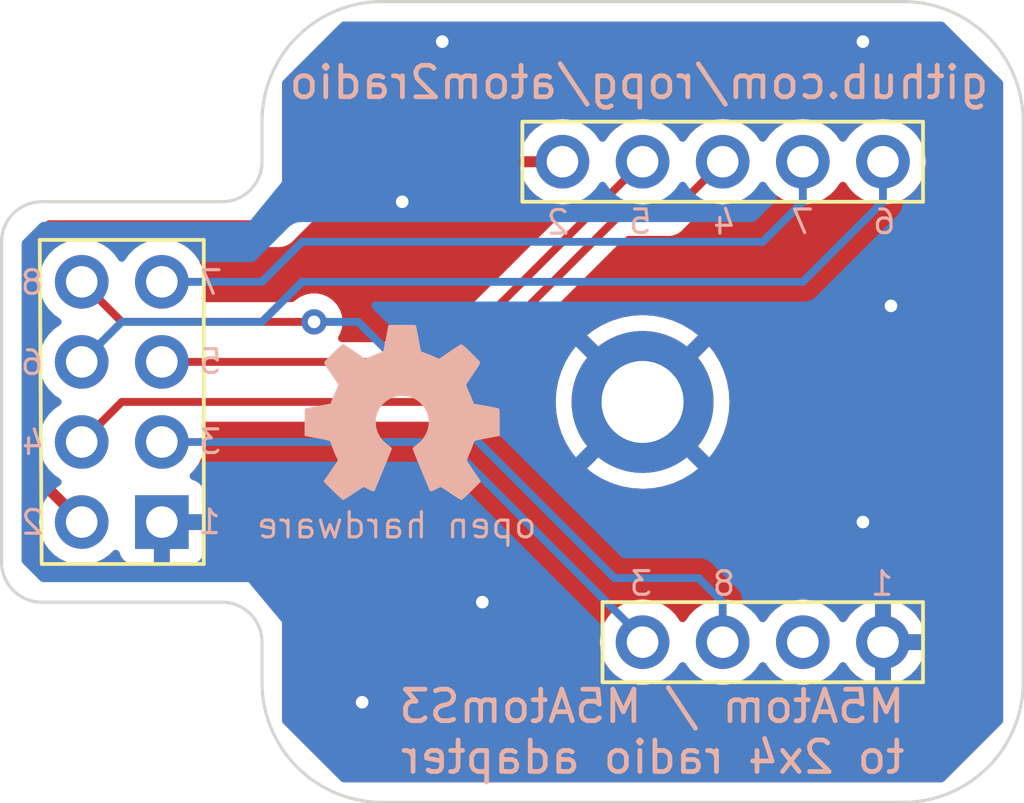
<source format=kicad_pcb>
(kicad_pcb (version 20221018) (generator pcbnew)
  (layers (0 "F.Cu" signal) (31 "B.Cu" signal) (36 "B.SilkS" user "B.Silkscreen") (37 "F.SilkS" user "F.Silkscreen") (38 "B.Mask" user) (39 "F.Mask" user) (44 "Edge.Cuts" user))
  (net 0 "")
  (net 1 "GND")
  (footprint "Connector_PinHeader_2.54mm:PinHeader_1x05_P2.54mm_Vertical" (layer "F.Cu") (at 144.78 91.44 90)
    (fp_text reference "REF**" hide)
    (fp_text value "PinHeader_1x05_P2.54mm_Vertical")
    (fp_line (start -1.27 -1.27) (end 1.27 -1.27) (stroke (width 0.12)) (layer "F.SilkS"))
    (fp_line (start -1.27 11.43) (end -1.27 -1.27) (stroke (width 0.12)) (layer "F.SilkS"))
    (fp_line (start 1.27 -1.27) (end 1.27 11.43) (stroke (width 0.12)) (layer "F.SilkS"))
    (fp_line (start 1.27 11.43) (end -1.27 11.43) (stroke (width 0.12)) (layer "F.SilkS"))
    (pad "" thru_hole oval (at 0 0 90) (size 1.7 1.7) (drill 1) (layers "*.Cu" "*.Mask"))
    (pad "" thru_hole oval (at 0 2.54 90) (size 1.7 1.7) (drill 1) (layers "*.Cu" "*.Mask"))
    (pad "" thru_hole oval (at 0 5.08 90) (size 1.7 1.7) (drill 1) (layers "*.Cu" "*.Mask"))
    (pad "" thru_hole oval (at 0 7.62 90) (size 1.7 1.7) (drill 1) (layers "*.Cu" "*.Mask"))
    (pad "" thru_hole oval (at 0 10.16 90) (size 1.7 1.7) (drill 1) (layers "*.Cu" "*.Mask"))
  )
  (footprint "Connector_PinSocket_2.54mm:PinSocket_2x04_P2.54mm_Vertical" (layer "F.Cu") (at 129.54 102.87 180)
    (fp_text reference "REF**" hide)
    (fp_text value "PinSocket_2x04_P2.54mm_Vertical")
    (fp_line (start -3.87 -1.33) (end -3.87 8.95) (stroke (width 0.12)) (layer "F.SilkS"))
    (fp_line (start -3.87 -1.33) (end 1.27 -1.33) (stroke (width 0.12)) (layer "F.SilkS"))
    (fp_line (start -3.87 8.95) (end 1.33 8.95) (stroke (width 0.12)) (layer "F.SilkS"))
    (fp_line (start 1.27 -1.27) (end 1.33 8.95) (stroke (width 0.12)) (layer "F.SilkS"))
    (pad "1" thru_hole rect (at -2.54 0 180) (size 1.7 1.7) (drill 1) (layers "*.Cu" "*.Mask") (net 1 "GND"))
    (pad "2" thru_hole oval (at 0 0 180) (size 1.7 1.7) (drill 1) (layers "*.Cu" "*.Mask"))
    (pad "3" thru_hole oval (at -2.54 2.54 180) (size 1.7 1.7) (drill 1) (layers "*.Cu" "*.Mask"))
    (pad "4" thru_hole oval (at 0 2.54 180) (size 1.7 1.7) (drill 1) (layers "*.Cu" "*.Mask"))
    (pad "5" thru_hole oval (at -2.54 5.08 180) (size 1.7 1.7) (drill 1) (layers "*.Cu" "*.Mask"))
    (pad "6" thru_hole oval (at 0 5.08 180) (size 1.7 1.7) (drill 1) (layers "*.Cu" "*.Mask"))
    (pad "7" thru_hole oval (at -2.54 7.62 180) (size 1.7 1.7) (drill 1) (layers "*.Cu" "*.Mask"))
    (pad "8" thru_hole oval (at 0 7.62 180) (size 1.7 1.7) (drill 1) (layers "*.Cu" "*.Mask"))
  )
  (footprint "Connector_PinHeader_2.54mm:PinHeader_1x04_P2.54mm_Vertical" (layer "F.Cu") (at 147.32 106.68 90)
    (fp_text reference "REF**" hide)
    (fp_text value "PinHeader_1x04_P2.54mm_Vertical" hide)
    (fp_line (start -1.27 -1.27) (end 1.27 -1.27) (stroke (width 0.12)) (layer "F.SilkS"))
    (fp_line (start -1.27 8.89) (end -1.27 -1.27) (stroke (width 0.12)) (layer "F.SilkS"))
    (fp_line (start 1.27 -1.27) (end 1.27 8.89) (stroke (width 0.12)) (layer "F.SilkS"))
    (fp_line (start 1.27 8.89) (end -1.27 8.89) (stroke (width 0.12)) (layer "F.SilkS"))
    (pad "" thru_hole oval (at 0 0 90) (size 1.7 1.7) (drill 1) (layers "*.Cu" "*.Mask"))
    (pad "" thru_hole oval (at 0 2.54 90) (size 1.7 1.7) (drill 1) (layers "*.Cu" "*.Mask"))
    (pad "" thru_hole oval (at 0 5.08 90) (size 1.7 1.7) (drill 1) (layers "*.Cu" "*.Mask"))
    (pad "" thru_hole oval (at 0 7.62 90) (size 1.7 1.7) (drill 1) (layers "*.Cu" "*.Mask") (net 1 "GND"))
  )
  (footprint "Symbol:OSHW-Logo2_9.8x8mm_SilkScreen" (layer "B.Cu") (at 139.7 100.33 180)
    (fp_text reference "REF**" hide)
    (fp_text value "OSHW-Logo2_9.8x8mm_SilkScreen" hide)
    (fp_poly (pts (xy 0.139878 3.712224) (xy 0.245612 3.711645) (xy 0.322132 3.710078) (xy 0.374372 3.707028) (xy 0.407263 3.702004) (xy 0.425737 3.694511) (xy 0.434727 3.684056) (xy 0.439163 3.670147) (xy 0.439594 3.668346) (xy 0.446333 3.635855) (xy 0.458808 3.571748) (xy 0.475719 3.482849) (xy 0.495771 3.375981) (xy 0.517664 3.257967) (xy 0.518429 3.253822) (xy 0.540359 3.138169) (xy 0.560877 3.035986) (xy 0.578659 2.953402) (xy 0.592381 2.896544) (xy 0.600718 2.871542) (xy 0.601116 2.871099) (xy 0.625677 2.85889) (xy 0.676315 2.838544) (xy 0.742095 2.814455) (xy 0.742461 2.814326) (xy 0.825317 2.783182) (xy 0.923 2.743509) (xy 1.015077 2.703619) (xy 1.019434 2.701647) (xy 1.169407 2.63358) (xy 1.501498 2.860361) (xy 1.603374 2.929496) (xy 1.695657 2.991303) (xy 1.773003 3.042267) (xy 1.830064 3.078873) (xy 1.861495 3.097606) (xy 1.864479 3.098996) (xy 1.887321 3.09281) (xy 1.929982 3.062965) (xy 1.994128 3.008053) (xy 2.081421 2.926666) (xy 2.170535 2.840078) (xy 2.256441 2.754753) (xy 2.333327 2.676892) (xy 2.396564 2.611303) (xy 2.441523 2.562795) (xy 2.463576 2.536175) (xy 2.464396 2.534805) (xy 2.466834 2.516537) (xy 2.45765 2.486705) (xy 2.434574 2.441279) (xy 2.395337 2.37623) (xy 2.33767 2.28753) (xy 2.260795 2.173343) (xy 2.19257 2.072838) (xy 2.131582 1.982697) (xy 2.081356 1.908151) (xy 2.045416 1.854435) (xy 2.027287 1.826782) (xy 2.026146 1.824905) (xy 2.028359 1.79841) (xy 2.045138 1.746914) (xy 2.073142 1.680149) (xy 2.083122 1.658828) (xy 2.126672 1.563841) (xy 2.173134 1.456063) (xy 2.210877 1.362808) (xy 2.238073 1.293594) (xy 2.259675 1.240994) (xy 2.272158 1.213503) (xy 2.273709 1.211384) (xy 2.296668 1.207876) (xy 2.350786 1.198262) (xy 2.428868 1.183911) (xy 2.523719 1.166193) (xy 2.628143 1.146475) (xy 2.734944 1.126126) (xy 2.836926 1.106514) (xy 2.926894 1.089009) (xy 2.997653 1.074978) (xy 3.042006 1.065791) (xy 3.052885 1.063193) (xy 3.064122 1.056782) (xy 3.072605 1.042303) (xy 3.078714 1.014867) (xy 3.082832 0.969589) (xy 3.085341 0.90158) (xy 3.086621 0.805953) (xy 3.087054 0.67782) (xy 3.087077 0.625299) (xy 3.087077 0.198155) (xy 2.9845 0.177909) (xy 2.927431 0.16693) (xy 2.842269 0.150905) (xy 2.739372 0.131767) (xy 2.629096 0.111449) (xy 2.598615 0.105868) (xy 2.496855 0.086083) (xy 2.408205 0.066627) (xy 2.340108 0.049303) (xy 2.300004 0.035912) (xy 2.293323 0.031921) (xy 2.276919 0.003658) (xy 2.253399 -0.051109) (xy 2.227316 -0.121588) (xy 2.222142 -0.136769) (xy 2.187956 -0.230896) (xy 2.145523 -0.337101) (xy 2.103997 -0.432473) (xy 2.103792 -0.432916) (xy 2.03464 -0.582525) (xy 2.489512 -1.251617) (xy 2.1975 -1.544116) (xy 2.10918 -1.63117) (xy 2.028625 -1.707909) (xy 1.96036 -1.770237) (xy 1.908908 -1.814056) (xy 1.878794 -1.83527) (xy 1.874474 -1.836616) (xy 1.849111 -1.826016) (xy 1.797358 -1.796547) (xy 1.724868 -1.751705) (xy 1.637294 -1.694984) (xy 1.542612 -1.631462) (xy 1.446516 -1.566668) (xy 1.360837 -1.510287) (xy 1.291016 -1.465788) (xy 1.242494 -1.436639) (xy 1.220782 -1.426308) (xy 1.194293 -1.43505) (xy 1.144062 -1.458087) (xy 1.080451 -1.490631) (xy 1.073708 -1.494249) (xy 0.988046 -1.53721) (xy 0.929306 -1.558279) (xy 0.892772 -1.558503) (xy 0.873731 -1.538928) (xy 0.87362 -1.538654) (xy 0.864102 -1.515472) (xy 0.841403 -1.460441) (xy 0.807282 -1.377822) (xy 0.7635 -1.271872) (xy 0.711816 -1.146852) (xy 0.653992 -1.00702) (xy 0.597991 -0.871637) (xy 0.536447 -0.722234) (xy 0.479939 -0.583832) (xy 0.430161 -0.460673) (xy 0.388806 -0.357002) (xy 0.357568 -0.277059) (xy 0.338141 -0.225088) (xy 0.332154 -0.205692) (xy 0.347168 -0.183443) (xy 0.386439 -0.147982) (xy 0.438807 -0.108887) (xy 0.587941 0.014755) (xy 0.704511 0.156478) (xy 0.787118 0.313296) (xy 0.834366 0.482225) (xy 0.844857 0.660278) (xy 0.837231 0.742461) (xy 0.795682 0.912969) (xy 0.724123 1.063541) (xy 0.626995 1.192691) (xy 0.508734 1.298936) (xy 0.37378 1.38079) (xy 0.226571 1.436768) (xy 0.071544 1.465385) (xy -0.086861 1.465156) (xy -0.244206 1.434595) (xy -0.396054 1.372218) (xy -0.537965 1.27654) (xy -0.597197 1.222428) (xy -0.710797 1.08348) (xy -0.789894 0.931639) (xy -0.835014 0.771333) (xy -0.846684 0.606988) (xy -0.825431 0.443029) (xy -0.77178 0.283882) (xy -0.68626 0.133975) (xy -0.569395 -0.002267) (xy -0.438807 -0.108887) (xy -0.384412 -0.149642) (xy -0.345986 -0.184718) (xy -0.332154 -0.205726) (xy -0.339397 -0.228635) (xy -0.359995 -0.283365) (xy -0.392254 -0.365672) (xy -0.434479 -0.471315) (xy -0.484977 -0.59605) (xy -0.542052 -0.735636) (xy -0.598146 -0.87167) (xy -0.660033 -1.021201) (xy -0.717356 -1.159767) (xy -0.768356 -1.283107) (xy -0.811273 -1.386964) (xy -0.844347 -1.46708) (xy -0.865819 -1.519195) (xy -0.873775 -1.538654) (xy -0.892571 -1.558423) (xy -0.928926 -1.558365) (xy -0.987521 -1.537441) (xy -1.073032 -1.494613) (xy -1.073708 -1.494249) (xy -1.138093 -1.461012) (xy -1.190139 -1.436802) (xy -1.219488 -1.426404) (xy -1.220783 -1.426308) (xy -1.242876 -1.436855) (xy -1.291652 -1.466184) (xy -1.361669 -1.510827) (xy -1.447486 -1.567314) (xy -1.542612 -1.631462) (xy -1.63946 -1.696411) (xy -1.726747 -1.752896) (xy -1.798819 -1.797421) (xy -1.850023 -1.82649) (xy -1.874474 -1.836616) (xy -1.89699 -1.823307) (xy -1.942258 -1.786112) (xy -2.005756 -1.729128) (xy -2.082961 -1.656449) (xy -2.169349 -1.572171) (xy -2.197601 -1.544016) (xy -2.489713 -1.251416) (xy -2.267369 -0.925104) (xy -2.199798 -0.824897) (xy -2.140493 -0.734963) (xy -2.092783 -0.66051) (xy -2.059993 -0.606751) (xy -2.045452 -0.578894) (xy -2.045026 -0.576912) (xy -2.052692 -0.550655) (xy -2.073311 -0.497837) (xy -2.103315 -0.42731) (xy -2.124375 -0.380093) (xy -2.163752 -0.289694) (xy -2.200835 -0.198366) (xy -2.229585 -0.1212) (xy -2.237395 -0.097692) (xy -2.259583 -0.034916) (xy -2.281273 0.013589) (xy -2.293187 0.031921) (xy -2.319477 0.043141) (xy -2.376858 0.059046) (xy -2.457882 0.077833) (xy -2.555105 0.097701) (xy -2.598615 0.105868) (xy -2.709104 0.126171) (xy -2.815084 0.14583) (xy -2.906199 0.162912) (xy -2.972092 0.175482) (xy -2.9845 0.177909) (xy -3.087077 0.198155) (xy -3.087077 0.625299) (xy -3.086847 0.765754) (xy -3.085901 0.872021) (xy -3.083859 0.948987) (xy -3.080338 1.00154) (xy -3.074957 1.034567) (xy -3.067334 1.052955) (xy -3.057088 1.061592) (xy -3.052885 1.063193) (xy -3.02753 1.068873) (xy -2.971516 1.080205) (xy -2.892036 1.095821) (xy -2.796288 1.114353) (xy -2.691467 1.134431) (xy -2.584768 1.154688) (xy -2.483387 1.173754) (xy -2.394521 1.190261) (xy -2.325363 1.202841) (xy -2.283111 1.210125) (xy -2.27371 1.211384) (xy -2.265193 1.228237) (xy -2.24634 1.27313) (xy -2.220676 1.33757) (xy -2.210877 1.362808) (xy -2.171352 1.460314) (xy -2.124808 1.568041) (xy -2.083123 1.658828) (xy -2.05245 1.728247) (xy -2.032044 1.78529) (xy -2.025232 1.820223) (xy -2.026318 1.824905) (xy -2.040715 1.847009) (xy -2.073588 1.896169) (xy -2.12141 1.967152) (xy -2.180652 2.054722) (xy -2.247785 2.153643) (xy -2.261059 2.17317) (xy -2.338954 2.28886) (xy -2.396213 2.376956) (xy -2.435119 2.441514) (xy -2.457956 2.486589) (xy -2.467006 2.516237) (xy -2.464552 2.534515) (xy -2.464489 2.534631) (xy -2.445173 2.558639) (xy -2.402449 2.605053) (xy -2.340949 2.669063) (xy -2.265302 2.745855) (xy -2.180139 2.830618) (xy -2.170535 2.840078) (xy -2.06321 2.944011) (xy -1.980385 3.020325) (xy -1.920395 3.070429) (xy -1.881577 3.09573) (xy -1.86448 3.098996) (xy -1.839527 3.08475) (xy -1.787745 3.051844) (xy -1.71448 3.003792) (xy -1.62508 2.94411) (xy -1.524889 2.876312) (xy -1.501499 2.860361) (xy -1.169407 2.63358) (xy -1.019435 2.701647) (xy -0.92823 2.741315) (xy -0.830331 2.781209) (xy -0.746169 2.813017) (xy -0.742462 2.814326) (xy -0.676631 2.838424) (xy -0.625884 2.8588) (xy -0.601158 2.871064) (xy -0.601116 2.871099) (xy -0.593271 2.893266) (xy -0.579934 2.947783) (xy -0.56243 3.02852) (xy -0.542083 3.12935) (xy -0.520218 3.244144) (xy -0.518429 3.253822) (xy -0.496496 3.372096) (xy -0.47636 3.479458) (xy -0.45932 3.569083) (xy -0.446672 3.634149) (xy -0.439716 3.667832) (xy -0.439594 3.668346) (xy -0.435361 3.682675) (xy -0.427129 3.693493) (xy -0.409967 3.701294) (xy -0.378942 3.706571) (xy -0.329122 3.709818) (xy -0.255576 3.711528) (xy -0.153371 3.712193) (xy -0.017575 3.712307) (xy 0 3.712308) (xy 0.139878 3.712224)) (stroke (width 0.01)) (fill solid) (layer "B.SilkS"))
  )
  (footprint "MountingHole:MountingHole_3.5mm_Pad" (layer "B.Cu") (at 147.32 99.06 180)
    (fp_text reference "REF**" hide)
    (fp_text value "MountingHole_3.5mm_Pad")
    (pad "" thru_hole circle (at 0 0 180) (size 4.5 4.5) (drill 2.6) (layers "*.Cu" "*.Mask") (net 1 "GND"))
  )
  (gr_line (start 155.575 111.76) (end 139.065 111.76) (stroke (width 0.1)) (layer "Edge.Cuts"))
  (gr_arc (start 127 93.98) (mid 127.371974 93.081974) (end 128.27 92.71) (stroke (width 0.1)) (layer "Edge.Cuts"))
  (gr_arc (start 139.065 111.76) (mid 136.370923 110.644077) (end 135.255 107.95) (stroke (width 0.1)) (layer "Edge.Cuts"))
  (gr_line (start 128.27 105.41) (end 133.985 105.41) (stroke (width 0.1)) (layer "Edge.Cuts"))
  (gr_arc (start 135.255 91.44) (mid 134.883026 92.338026) (end 133.985 92.71) (stroke (width 0.1)) (layer "Edge.Cuts"))
  (gr_line (start 135.255 106.68) (end 135.255 107.95) (stroke (width 0.1)) (layer "Edge.Cuts"))
  (gr_arc (start 155.575 86.36) (mid 158.269077 87.475923) (end 159.385 90.17) (stroke (width 0.1)) (layer "Edge.Cuts"))
  (gr_line (start 128.27 92.71) (end 133.985 92.71) (stroke (width 0.1)) (layer "Edge.Cuts"))
  (gr_line (start 139.065 86.36) (end 155.575 86.36) (stroke (width 0.1)) (layer "Edge.Cuts"))
  (gr_line (start 159.385 90.17) (end 159.385 107.95) (stroke (width 0.1)) (layer "Edge.Cuts"))
  (gr_line (start 135.255 91.44) (end 135.255 90.17) (stroke (width 0.1)) (layer "Edge.Cuts"))
  (gr_arc (start 128.27 105.41) (mid 127.371974 105.038026) (end 127 104.14) (stroke (width 0.1)) (layer "Edge.Cuts"))
  (gr_arc (start 159.384999 107.949999) (mid 158.269076 110.644076) (end 155.574999 111.759999) (stroke (width 0.1)) (layer "Edge.Cuts"))
  (gr_arc (start 133.985 105.41) (mid 134.883026 105.781974) (end 135.255 106.68) (stroke (width 0.1)) (layer "Edge.Cuts"))
  (gr_arc (start 135.255 90.17) (mid 136.370923 87.475923) (end 139.065 86.36) (stroke (width 0.1)) (layer "Edge.Cuts"))
  (gr_line (start 127 104.14) (end 127 93.98) (stroke (width 0.1)) (layer "Edge.Cuts"))
  (gr_text "2" (at 128.403821 103.319688) (layer "B.SilkS") (effects (font (size 0.75 0.75) (thickness 0.1)) (justify left bottom mirror)))
  (gr_text "8" (at 128.386645 95.710647) (layer "B.SilkS") (effects (font (size 0.75 0.75) (thickness 0.1)) (justify left bottom mirror)))
  (gr_text "7" (at 152.811357 93.786087) (layer "B.SilkS") (effects (font (size 0.75 0.75) (thickness 0.1)) (justify left bottom mirror)))
  (gr_text "M5Atom / M5AtomS3\nto 2x4 radio adapter" (at 155.713924 110.911554) (layer "B.SilkS") (effects (font (size 1 1)) (justify left bottom mirror)))
  (gr_text "open hardware" (at 144.029801 103.441433) (layer "B.SilkS") (effects (font (size 0.8 0.8) (thickness 0.1)) (justify left bottom mirror)))
  (gr_text "4" (at 150.335086 93.801066) (layer "B.SilkS") (effects (font (size 0.75 0.75) (thickness 0.1)) (justify left bottom mirror)))
  (gr_text "8" (at 150.320812 105.259765) (layer "B.SilkS") (effects (font (size 0.75 0.75) (thickness 0.1)) (justify left bottom mirror)))
  (gr_text "3" (at 147.689957 105.257568) (layer "B.SilkS") (effects (font (size 0.75 0.75) (thickness 0.1)) (justify left bottom mirror)))
  (gr_text "2" (at 145.062004 93.801066) (layer "B.SilkS") (effects (font (size 0.75 0.75) (thickness 0.1)) (justify left bottom mirror)))
  (gr_text "github.com/ropg/atom2radio" (at 158.37623 89.510051) (layer "B.SilkS") (effects (font (size 1 1)) (justify left bottom mirror)))
  (gr_text "5" (at 134.047136 98.218367) (layer "B.SilkS") (effects (font (size 0.75 0.75) (thickness 0.1)) (justify left bottom mirror)))
  (gr_text "6" (at 155.404958 93.786087) (layer "B.SilkS") (effects (font (size 0.75 0.75) (thickness 0.1)) (justify left bottom mirror)))
  (gr_text "1" (at 155.333351 105.257568) (layer "B.SilkS") (effects (font (size 0.75 0.75) (thickness 0.1)) (justify left bottom mirror)))
  (gr_text "7" (at 134.064312 95.710646) (layer "B.SilkS") (effects (font (size 0.75 0.75) (thickness 0.1)) (justify left bottom mirror)))
  (gr_text "5" (at 147.672781 93.783889) (layer "B.SilkS") (effects (font (size 0.75 0.75) (thickness 0.1)) (justify left bottom mirror)))
  (gr_text "1" (at 134.012783 103.302512) (layer "B.SilkS") (effects (font (size 0.75 0.75) (thickness 0.1)) (justify left bottom mirror)))
  (gr_text "3" (at 134.02996 100.760439) (layer "B.SilkS") (effects (font (size 0.75 0.75) (thickness 0.1)) (justify left bottom mirror)))
  (gr_text "4" (at 128.420997 100.794792) (layer "B.SilkS") (effects (font (size 0.75 0.75) (thickness 0.1)) (justify left bottom mirror)))
  (gr_text "6" (at 128.386645 98.25272) (layer "B.SilkS") (effects (font (size 0.75 0.75) (thickness 0.1)) (justify left bottom mirror)))
  (segment (start 128.524 93.472) (end 128.016 93.98) (width 0.35) (layer "F.Cu") (net 0))
  (segment (start 136.906 96.52) (end 130.81 96.52) (width 0.25) (layer "F.Cu") (net 0))
  (segment (start 148.1328 93.1672) (end 146.558 93.1672) (width 0.25) (layer "F.Cu") (net 0))
  (segment (start 135.763 93.472) (end 128.524 93.472) (width 0.35) (layer "F.Cu") (net 0))
  (segment (start 137.795 91.44) (end 135.763 93.472) (width 0.35) (layer "F.Cu") (net 0))
  (segment (start 149.86 91.44) (end 148.1328 93.1672) (width 0.25) (layer "F.Cu") (net 0))
  (segment (start 140.6652 99.06) (end 130.81 99.06) (width 0.25) (layer "F.Cu") (net 0))
  (segment (start 140.97 97.79) (end 132.08 97.79) (width 0.25) (layer "F.Cu") (net 0))
  (segment (start 144.78 91.44) (end 137.795 91.44) (width 0.35) (layer "F.Cu") (net 0))
  (segment (start 147.32 91.44) (end 140.97 97.79) (width 0.25) (layer "F.Cu") (net 0))
  (segment (start 128.016 101.346) (end 129.54 102.87) (width 0.35) (layer "F.Cu") (net 0))
  (segment (start 128.016 93.98) (end 128.016 101.346) (width 0.35) (layer "F.Cu") (net 0))
  (segment (start 130.81 96.52) (end 129.54 95.25) (width 0.25) (layer "F.Cu") (net 0))
  (segment (start 130.81 99.06) (end 129.54 100.33) (width 0.25) (layer "F.Cu") (net 0))
  (segment (start 146.558 93.1672) (end 140.6652 99.06) (width 0.25) (layer "F.Cu") (net 0))
  (via (at 136.906 96.52) (size 0.8) (drill 0.4) (layers "F.Cu" "B.Cu") (net 0))
  (segment (start 136.525 95.25) (end 135.255 96.52) (width 0.25) (layer "B.Cu") (net 0))
  (segment (start 147.32 106.68) (end 147.32 106.553) (width 0.25) (layer "B.Cu") (net 0))
  (segment (start 154.94 91.44) (end 154.94 92.71) (width 0.25) (layer "B.Cu") (net 0))
  (segment (start 149.86 106.68) (end 149.86 105.41) (width 0.25) (layer "B.Cu") (net 0))
  (segment (start 130.81 96.52) (end 129.54 97.79) (width 0.25) (layer "B.Cu") (net 0))
  (segment (start 152.4 95.25) (end 136.525 95.25) (width 0.25) (layer "B.Cu") (net 0))
  (segment (start 135.255 95.25) (end 132.08 95.25) (width 0.25) (layer "B.Cu") (net 0))
  (segment (start 135.255 96.52) (end 130.81 96.52) (width 0.25) (layer "B.Cu") (net 0))
  (segment (start 141.097 100.33) (end 132.08 100.33) (width 0.25) (layer "B.Cu") (net 0))
  (segment (start 151.13 93.98) (end 136.525 93.98) (width 0.25) (layer "B.Cu") (net 0))
  (segment (start 149.098 104.648) (end 146.431 104.648) (width 0.25) (layer "B.Cu") (net 0))
  (segment (start 154.94 92.71) (end 152.4 95.25) (width 0.25) (layer "B.Cu") (net 0))
  (segment (start 138.303 96.52) (end 136.906 96.52) (width 0.25) (layer "B.Cu") (net 0))
  (segment (start 152.4 92.71) (end 151.13 93.98) (width 0.25) (layer "B.Cu") (net 0))
  (segment (start 146.431 104.648) (end 138.303 96.52) (width 0.25) (layer "B.Cu") (net 0))
  (segment (start 149.86 105.41) (end 149.098 104.648) (width 0.25) (layer "B.Cu") (net 0))
  (segment (start 147.32 106.553) (end 141.097 100.33) (width 0.25) (layer "B.Cu") (net 0))
  (segment (start 136.525 93.98) (end 135.255 95.25) (width 0.25) (layer "B.Cu") (net 0))
  (segment (start 152.4 91.44) (end 152.4 92.71) (width 0.25) (layer "B.Cu") (net 0))
  (via (at 154.305 87.63) (size 0.8) (drill 0.4) (layers "F.Cu" "B.Cu") (net 1))
  (via (at 154.305 102.87) (size 0.8) (drill 0.4) (layers "F.Cu" "B.Cu") (net 1))
  (via (at 140.97 87.63) (size 0.8) (drill 0.4) (layers "F.Cu" "B.Cu") (net 1))
  (via (at 138.43 108.585) (size 0.8) (drill 0.4) (layers "F.Cu" "B.Cu") (net 1))
  (via (at 142.24 105.41) (size 0.8) (drill 0.4) (layers "F.Cu" "B.Cu") (net 1))
  (via (at 155.194 96.012) (size 0.8) (drill 0.4) (layers "F.Cu" "B.Cu") (net 1))
  (via (at 139.7 92.71) (size 0.8) (drill 0.4) (layers "F.Cu" "B.Cu") (net 1))
  (zone (net 1) (net_name "GND") (layers "F&B.Cu") (connect_pads (clearance 0.5)) (min_thickness 0.25) (fill yes (thermal_gap 0.5) (thermal_bridge_width 0.5))
    (polygon (pts (xy 137.795 86.995) (xy 135.89 88.9) (xy 135.89 92.075) (xy 134.851399 93.345) (xy 128.27 93.345) (xy 127.635 93.97781) (xy 127.635 104.14) (xy 128.27 104.775265) (xy 134.828571 104.775) (xy 135.89 106.045) (xy 135.89 109.22) (xy 137.795 111.125) (xy 156.845 111.125) (xy 158.75 109.22) (xy 158.75 88.9) (xy 156.845 86.995)))
  )
)
</source>
